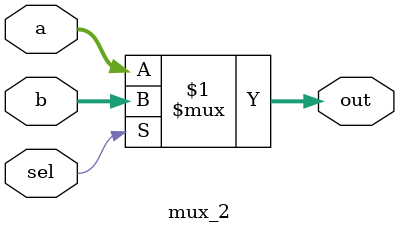
<source format=v>
/*
    Set this file as top level entity when testing, it will call your skeleton and utilize your clocks
*/

module skeleton_test(clock, reset, test, t_ctrl_writeEnable, t_ctrl_writeReg, t_ctrl_readRegA, t_ctrl_readRegB,
							t_data_writeReg, t_data_readRegA, t_data_readRegB, t_test_out, t_test2_out, t_test3_out, t_test4_out,
							o_ctrl_writeEnable, o_ctrl_writeReg, o_data_writeReg);
    input clock, reset, test;
	 
    /** clock **/
    wire imem_clock, dmem_clock, processor_clock, regfile_clock;
     
    //wire clock_by2, clock_by4;
    
    /** Clock Divider **/
    // frequency_divider_by2 d1( clock , clock_by2 );
    // frequency_divider_by2 d2( clock_by2 , clock_by4 );
    wire stu_imem_clock,stu_dmem_clock,stu_processor_clock,stu_regfile_clock;

    assign imem_clock = stu_imem_clock;
    assign dmem_clock = stu_dmem_clock;
    assign processor_clock = stu_processor_clock;
    assign regfile_clock = stu_regfile_clock;

    skeleton student_skeleton(clock, reset, stu_imem_clock, stu_dmem_clock, stu_processor_clock, stu_regfile_clock);


	// Test reg file
	input t_ctrl_writeEnable;
    input [4:0] t_ctrl_writeReg, t_ctrl_readRegA, t_ctrl_readRegB;
    input [31:0] t_data_writeReg;
    output [31:0] t_data_readRegA, t_data_readRegB;
	output t_test_out;
	output [31:0] t_test2_out, t_test4_out;
	output [4:0] t_test3_out;
	output o_ctrl_writeEnable;
	output [4:0] o_ctrl_writeReg;
	output [31:0] o_data_writeReg;
	 
	// More wires
	wire ctrl_writeEnable;
    wire [4:0] ctrl_writeReg, ctrl_readRegA, ctrl_readRegB;
    wire [31:0] data_writeReg;

    /** IMEM **/
    wire [11:0] address_imem;
    wire [31:0] q_imem;
    imem my_imem(
        .address    (address_imem),            // address of data
        .clock      (imem_clock),              // you may need to invert the clock
        .q          (q_imem)                   // the raw instruction
    );

    /** DMEM **/
    wire [11:0] address_dmem;
    wire [31:0] data;
    wire wren;
    wire [31:0] q_dmem;
    dmem my_dmem(
        .address    (address_dmem),       // address of data
        .clock      (dmem_clock),         // may need to invert the clock
        .data	    (data),    // data you want to write
        .wren	    (wren),      // write enable
        .q          (q_dmem)    // data from dmem
    );

    /** REGFILE **/
    wire r_ctrl_writeEnable, r_reset;
    wire [4:0] r_ctrl_writeReg, r_ctrl_readRegA, r_ctrl_readRegB;
    wire [31:0] r_data_writeReg;
    wire [31:0] r_data_readRegA, r_data_readRegB;
	 
    mux_2_1bit	mux0(ctrl_writeEnable, t_ctrl_writeEnable, test, r_ctrl_writeEnable);
    mux_2_5bit  mux1(ctrl_writeReg, t_ctrl_writeReg, test, r_ctrl_writeReg);
    mux_2_5bit  mux2(ctrl_readRegA, t_ctrl_readRegA, test, r_ctrl_readRegA);
    mux_2_5bit  mux3(ctrl_readRegB, t_ctrl_readRegB, test, r_ctrl_readRegB);
    mux_2 		mux4(data_writeReg, t_data_writeReg, test, r_data_writeReg);
    assign t_data_readRegA = r_data_readRegA;
    assign t_data_readRegB = r_data_readRegB;
	 
	 assign r_reset = reset;
	 
    regfile my_regfile(
        regfile_clock,
        r_ctrl_writeEnable,
        r_reset,///////////////////////////////
        r_ctrl_writeReg,
        r_ctrl_readRegA,
        r_ctrl_readRegB,
        r_data_writeReg,
        r_data_readRegA,
        r_data_readRegB
    );

    /** PROCESSOR **/
    processor my_processor(
        // Control signals
        processor_clock,                          // I: The master clock
        reset,                          // I: A reset signal

        // Imem
        address_imem,                   // O: The address of the data to get from imem
        q_imem,                         // I: The data from imem

        // Dmem
        address_dmem,                   // O: The address of the data to get or put from/to dmem
        data,                           // O: The data to write to dmem
        wren,                           // O: Write enable for dmem
        q_dmem,                         // I: The data from dmem

        // Regfile
        ctrl_writeEnable,               // O: Write enable for regfile
        ctrl_writeReg,                  // O: Register to write to in regfile
        ctrl_readRegA,                  // O: Register to read from port A of regfile
        ctrl_readRegB,                  // O: Register to read from port B of regfile
        data_writeReg,                  // O: Data to write to for regfile
        r_data_readRegA,                // I: Data from port A of regfile
        r_data_readRegB                 // I: Data from port B of regfile
    );
	 
    assign o_ctrl_writeEnable = ctrl_writeEnable;
    assign o_ctrl_writeReg = ctrl_writeReg;
    assign o_data_writeReg = data_writeReg;

endmodule

module mux_2_5bit(a, b, sel, out);

    input [4:0] a, b;
    input sel;
    output [4:0] out;
    
    assign out = sel ? b : a;

endmodule

module mux_2_1bit(a, b, sel, out);

    input a, b;
    input sel;
    output out;
    
    assign out = sel ? b : a;

endmodule

module mux_2(a, b, sel, out);

    input [31:0] a, b;
    input sel;
    output [31:0] out;
    
    assign out = sel ? b : a;

endmodule

</source>
